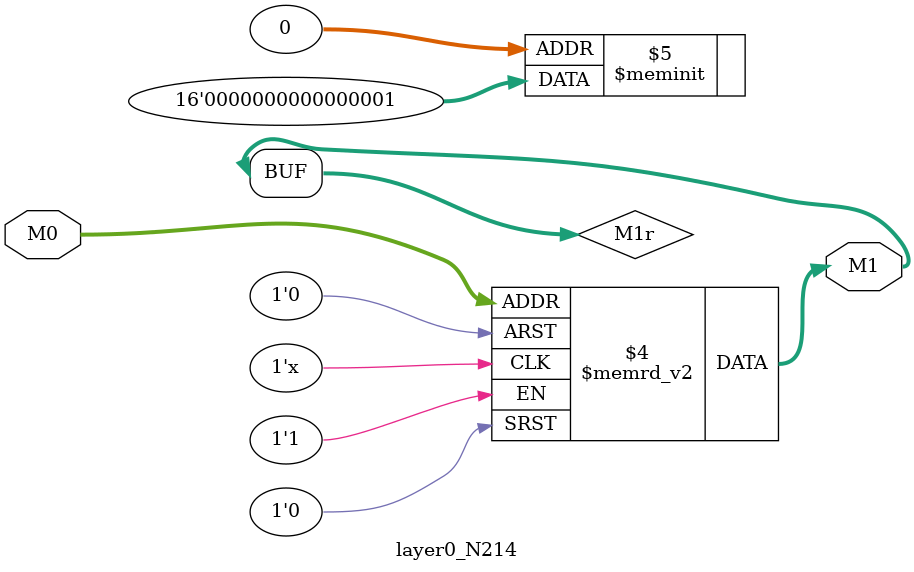
<source format=v>
module layer0_N214 ( input [2:0] M0, output [1:0] M1 );

	(*rom_style = "distributed" *) reg [1:0] M1r;
	assign M1 = M1r;
	always @ (M0) begin
		case (M0)
			3'b000: M1r = 2'b01;
			3'b100: M1r = 2'b00;
			3'b010: M1r = 2'b00;
			3'b110: M1r = 2'b00;
			3'b001: M1r = 2'b00;
			3'b101: M1r = 2'b00;
			3'b011: M1r = 2'b00;
			3'b111: M1r = 2'b00;

		endcase
	end
endmodule

</source>
